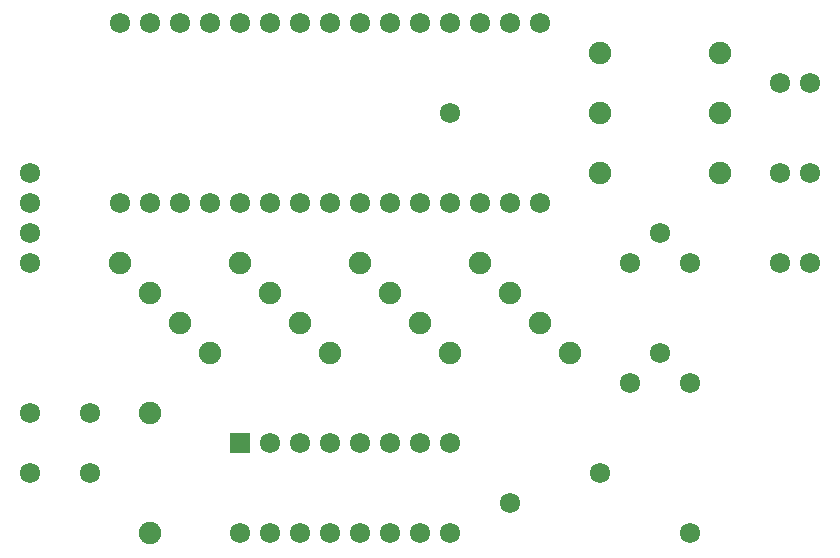
<source format=gtl>
G04 MADE WITH FRITZING*
G04 WWW.FRITZING.ORG*
G04 DOUBLE SIDED*
G04 HOLES PLATED*
G04 CONTOUR ON CENTER OF CONTOUR VECTOR*
%ASAXBY*%
%FSLAX23Y23*%
%MOIN*%
%OFA0B0*%
%SFA1.0B1.0*%
%ADD10C,0.067717*%
%ADD11C,0.075000*%
%ADD12R,0.067716X0.067716*%
%LNCOPPER1*%
G90*
G70*
G54D10*
X658Y1802D03*
X758Y1802D03*
X858Y1802D03*
X958Y1802D03*
X1058Y1802D03*
X1158Y1802D03*
X1258Y1802D03*
X1358Y1802D03*
X1458Y1802D03*
X1558Y1802D03*
X1658Y1802D03*
X1758Y1802D03*
X1858Y1802D03*
X1958Y1802D03*
X2058Y1802D03*
X658Y1202D03*
X758Y1202D03*
X858Y1202D03*
X958Y1202D03*
X1058Y1202D03*
X1158Y1202D03*
X1258Y1202D03*
X1358Y1202D03*
X1458Y1202D03*
X1558Y1202D03*
X1658Y1202D03*
X1758Y1202D03*
X1858Y1202D03*
X1958Y1202D03*
X2058Y1202D03*
G54D11*
X1058Y1002D03*
X658Y1002D03*
G54D10*
X1058Y402D03*
X1058Y102D03*
X1158Y402D03*
X1158Y102D03*
X1258Y402D03*
X1258Y102D03*
X1358Y402D03*
X1358Y102D03*
X1458Y402D03*
X1458Y102D03*
X1558Y402D03*
X1558Y102D03*
X1658Y402D03*
X1658Y102D03*
X1758Y402D03*
X1758Y102D03*
X1058Y402D03*
X1058Y102D03*
X1158Y402D03*
X1158Y102D03*
X1258Y402D03*
X1258Y102D03*
X1358Y402D03*
X1358Y102D03*
X1458Y402D03*
X1458Y102D03*
X1558Y402D03*
X1558Y102D03*
X1658Y402D03*
X1658Y102D03*
X1758Y402D03*
X1758Y102D03*
G54D11*
X1158Y902D03*
X758Y902D03*
X1258Y802D03*
X858Y802D03*
X1358Y702D03*
X958Y702D03*
X1858Y1002D03*
X1458Y1002D03*
X1958Y902D03*
X1558Y902D03*
X2058Y802D03*
X1658Y802D03*
X2158Y702D03*
X1758Y702D03*
G54D10*
X358Y1002D03*
X358Y1102D03*
X358Y1202D03*
X358Y1302D03*
X2458Y1102D03*
X2558Y1002D03*
X2358Y1002D03*
X2358Y602D03*
X2458Y702D03*
X2558Y602D03*
X2258Y302D03*
X1758Y1502D03*
X2958Y1602D03*
X2858Y1602D03*
X2958Y1002D03*
X2858Y1002D03*
X2958Y1302D03*
X2858Y1302D03*
G54D11*
X2258Y1502D03*
X2658Y1502D03*
X2258Y1702D03*
X2658Y1702D03*
X2258Y1302D03*
X2658Y1302D03*
G54D10*
X558Y502D03*
X358Y502D03*
X558Y302D03*
X358Y302D03*
G54D11*
X758Y102D03*
X758Y502D03*
G54D10*
X2558Y102D03*
X1958Y202D03*
G54D12*
X1058Y402D03*
X1058Y402D03*
G04 End of Copper1*
M02*
</source>
